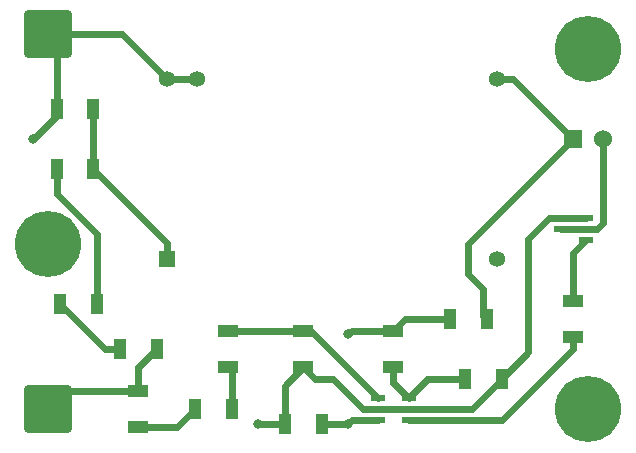
<source format=gbr>
%TF.GenerationSoftware,KiCad,Pcbnew,7.0.2*%
%TF.CreationDate,2023-06-01T11:51:48+02:00*%
%TF.ProjectId,Indicator_voltage,496e6469-6361-4746-9f72-5f766f6c7461,rev?*%
%TF.SameCoordinates,Original*%
%TF.FileFunction,Copper,L1,Top*%
%TF.FilePolarity,Positive*%
%FSLAX46Y46*%
G04 Gerber Fmt 4.6, Leading zero omitted, Abs format (unit mm)*
G04 Created by KiCad (PCBNEW 7.0.2) date 2023-06-01 11:51:48*
%MOMM*%
%LPD*%
G01*
G04 APERTURE LIST*
G04 Aperture macros list*
%AMRoundRect*
0 Rectangle with rounded corners*
0 $1 Rounding radius*
0 $2 $3 $4 $5 $6 $7 $8 $9 X,Y pos of 4 corners*
0 Add a 4 corners polygon primitive as box body*
4,1,4,$2,$3,$4,$5,$6,$7,$8,$9,$2,$3,0*
0 Add four circle primitives for the rounded corners*
1,1,$1+$1,$2,$3*
1,1,$1+$1,$4,$5*
1,1,$1+$1,$6,$7*
1,1,$1+$1,$8,$9*
0 Add four rect primitives between the rounded corners*
20,1,$1+$1,$2,$3,$4,$5,0*
20,1,$1+$1,$4,$5,$6,$7,0*
20,1,$1+$1,$6,$7,$8,$9,0*
20,1,$1+$1,$8,$9,$2,$3,0*%
G04 Aperture macros list end*
%TA.AperFunction,SMDPad,CuDef*%
%ADD10R,1.300000X0.600000*%
%TD*%
%TA.AperFunction,SMDPad,CuDef*%
%ADD11R,1.800000X1.050000*%
%TD*%
%TA.AperFunction,ComponentPad*%
%ADD12RoundRect,0.250000X-1.750000X-1.750000X1.750000X-1.750000X1.750000X1.750000X-1.750000X1.750000X0*%
%TD*%
%TA.AperFunction,SMDPad,CuDef*%
%ADD13R,1.050000X1.800000*%
%TD*%
%TA.AperFunction,ComponentPad*%
%ADD14R,1.358000X1.358000*%
%TD*%
%TA.AperFunction,ComponentPad*%
%ADD15C,1.358000*%
%TD*%
%TA.AperFunction,ComponentPad*%
%ADD16C,5.600000*%
%TD*%
%TA.AperFunction,ComponentPad*%
%ADD17R,1.530000X1.530000*%
%TD*%
%TA.AperFunction,ComponentPad*%
%ADD18C,1.530000*%
%TD*%
%TA.AperFunction,SMDPad,CuDef*%
%ADD19R,1.150000X0.600000*%
%TD*%
%TA.AperFunction,ViaPad*%
%ADD20C,0.800000*%
%TD*%
%TA.AperFunction,Conductor*%
%ADD21C,0.600000*%
%TD*%
G04 APERTURE END LIST*
D10*
%TO.P,Q1,1*%
%TO.N,Net-(Q1-Pad1)*%
X167420000Y-109180000D03*
%TO.P,Q1,2*%
%TO.N,0*%
X167420000Y-107280000D03*
%TO.P,Q1,3*%
%TO.N,LED-*%
X165320000Y-108230000D03*
%TD*%
D11*
%TO.P,R4,1*%
%TO.N,0*%
X143510000Y-119940000D03*
%TO.P,R4,2*%
%TO.N,Net-(CP1-IN+)*%
X143510000Y-116840000D03*
%TD*%
D12*
%TO.P,TP3,1,1*%
%TO.N,0*%
X121920000Y-91720000D03*
%TD*%
D11*
%TO.P,R7,1*%
%TO.N,Net-(CP1-OUT)*%
X166370000Y-117400000D03*
%TO.P,R7,2*%
%TO.N,Net-(Q1-Pad1)*%
X166370000Y-114300000D03*
%TD*%
D13*
%TO.P,R8,1*%
%TO.N,12V*%
X159030000Y-115850000D03*
%TO.P,R8,2*%
%TO.N,5V*%
X155930000Y-115850000D03*
%TD*%
D14*
%TO.P,PS1,1,+VIN(VCC)*%
%TO.N,/150V*%
X132010000Y-110760000D03*
D15*
%TO.P,PS1,12,-VOUT*%
%TO.N,unconnected-(PS1--VOUT-Pad12)*%
X159950000Y-110760000D03*
%TO.P,PS1,13,+VOUT*%
%TO.N,12V*%
X159950000Y-95540000D03*
%TO.P,PS1,23,-VIN(GND)*%
%TO.N,0*%
X134550000Y-95540000D03*
%TO.P,PS1,24,-VIN(GND)*%
X132010000Y-95540000D03*
%TD*%
D16*
%TO.P,,1*%
%TO.N,N/C*%
X167640000Y-92990000D03*
%TD*%
D13*
%TO.P,R13,1*%
%TO.N,HV+*%
X131090000Y-118390000D03*
%TO.P,R13,2*%
%TO.N,Net-(R13-Pad2)*%
X127990000Y-118390000D03*
%TD*%
D11*
%TO.P,R14,1*%
%TO.N,Net-(R14-Pad1)*%
X129540000Y-125020000D03*
%TO.P,R14,2*%
%TO.N,HV+*%
X129540000Y-121920000D03*
%TD*%
D13*
%TO.P,R9,1*%
%TO.N,5V*%
X145060000Y-124740000D03*
%TO.P,R9,2*%
%TO.N,0*%
X141960000Y-124740000D03*
%TD*%
D11*
%TO.P,R1,1*%
%TO.N,5V*%
X151130000Y-116840000D03*
%TO.P,R1,2*%
%TO.N,Net-(CP1-IN-)*%
X151130000Y-119940000D03*
%TD*%
D17*
%TO.P,J7,1,1*%
%TO.N,12V*%
X166370000Y-100610000D03*
D18*
%TO.P,J7,2,2*%
%TO.N,LED-*%
X168910000Y-100610000D03*
%TD*%
D16*
%TO.P,,1*%
%TO.N,N/C*%
X121920000Y-109500000D03*
%TD*%
D13*
%TO.P,R6,1*%
%TO.N,Net-(R12-Pad2)*%
X137440000Y-123470000D03*
%TO.P,R6,2*%
%TO.N,Net-(R14-Pad1)*%
X134340000Y-123470000D03*
%TD*%
D12*
%TO.P,TP1,1,1*%
%TO.N,HV+*%
X121920000Y-123470000D03*
%TD*%
D13*
%TO.P,R2,1*%
%TO.N,Net-(R13-Pad2)*%
X122910000Y-114580000D03*
%TO.P,R2,2*%
%TO.N,Net-(R11-Pad1)*%
X126010000Y-114580000D03*
%TD*%
D16*
%TO.P,,1*%
%TO.N,N/C*%
X167640000Y-123470000D03*
%TD*%
D19*
%TO.P,CP1,1,OUT*%
%TO.N,Net-(CP1-OUT)*%
X152430000Y-124420000D03*
%TO.P,CP1,2,VCC-*%
%TO.N,0*%
X152430000Y-123470000D03*
%TO.P,CP1,3,IN-*%
%TO.N,Net-(CP1-IN-)*%
X152430000Y-122520000D03*
%TO.P,CP1,4,IN+*%
%TO.N,Net-(CP1-IN+)*%
X149830000Y-122520000D03*
%TO.P,CP1,5,VCC+*%
%TO.N,5V*%
X149830000Y-124420000D03*
%TD*%
D13*
%TO.P,R5,1*%
%TO.N,Net-(CP1-IN-)*%
X157200000Y-120930000D03*
%TO.P,R5,2*%
%TO.N,0*%
X160300000Y-120930000D03*
%TD*%
D11*
%TO.P,R12,1*%
%TO.N,Net-(CP1-IN+)*%
X137160000Y-116840000D03*
%TO.P,R12,2*%
%TO.N,Net-(R12-Pad2)*%
X137160000Y-119940000D03*
%TD*%
D13*
%TO.P,R3,1*%
%TO.N,0*%
X122630000Y-98070000D03*
%TO.P,R3,2*%
%TO.N,/150V*%
X125730000Y-98070000D03*
%TD*%
%TO.P,R11,1*%
%TO.N,Net-(R11-Pad1)*%
X122630000Y-103150000D03*
%TO.P,R11,2*%
%TO.N,/150V*%
X125730000Y-103150000D03*
%TD*%
D20*
%TO.N,0*%
X120650000Y-100610000D03*
X139700000Y-124740000D03*
%TO.N,5V*%
X147320000Y-117120000D03*
X147320000Y-124740000D03*
%TD*%
D21*
%TO.N,Net-(R11-Pad1)*%
X122630000Y-105270000D02*
X122630000Y-103150000D01*
X126010000Y-108650000D02*
X122630000Y-105270000D01*
X126010000Y-114580000D02*
X126010000Y-108650000D01*
%TO.N,Net-(CP1-OUT)*%
X166370000Y-118390000D02*
X166370000Y-117400000D01*
X160340000Y-124420000D02*
X166370000Y-118390000D01*
X152430000Y-124420000D02*
X160340000Y-124420000D01*
%TO.N,0*%
X122630000Y-92430000D02*
X122630000Y-98070000D01*
X162560000Y-109040000D02*
X164320000Y-107280000D01*
X162560000Y-118670000D02*
X162560000Y-109040000D01*
X160300000Y-120930000D02*
X157760000Y-123470000D01*
X121920000Y-91720000D02*
X128190000Y-91720000D01*
X157760000Y-123470000D02*
X152430000Y-123470000D01*
X148590000Y-123470000D02*
X146050000Y-120930000D01*
X160300000Y-120930000D02*
X162560000Y-118670000D01*
X141960000Y-121490000D02*
X143510000Y-119940000D01*
X152430000Y-123470000D02*
X148590000Y-123470000D01*
X122630000Y-98630000D02*
X120650000Y-100610000D01*
X146050000Y-120930000D02*
X144500000Y-120930000D01*
X121920000Y-91720000D02*
X122630000Y-92430000D01*
X144500000Y-120930000D02*
X143510000Y-119940000D01*
X128190000Y-91720000D02*
X132010000Y-95540000D01*
X132010000Y-95540000D02*
X134550000Y-95540000D01*
X164320000Y-107280000D02*
X167420000Y-107280000D01*
X122630000Y-98070000D02*
X122630000Y-98630000D01*
X139700000Y-124740000D02*
X141960000Y-124740000D01*
X141960000Y-124740000D02*
X141960000Y-121490000D01*
%TO.N,Net-(CP1-IN-)*%
X157200000Y-120930000D02*
X154020000Y-120930000D01*
X151130000Y-121220000D02*
X152430000Y-122520000D01*
X154020000Y-120930000D02*
X152430000Y-122520000D01*
X151130000Y-119940000D02*
X151130000Y-121220000D01*
%TO.N,Net-(CP1-IN+)*%
X137160000Y-116840000D02*
X143510000Y-116840000D01*
X144150000Y-116840000D02*
X149830000Y-122520000D01*
X143510000Y-116840000D02*
X144150000Y-116840000D01*
%TO.N,5V*%
X147640000Y-124420000D02*
X147320000Y-124740000D01*
X151130000Y-116840000D02*
X147600000Y-116840000D01*
X149830000Y-124420000D02*
X147640000Y-124420000D01*
X152120000Y-115850000D02*
X151130000Y-116840000D01*
X147320000Y-124740000D02*
X145060000Y-124740000D01*
X147600000Y-116840000D02*
X147320000Y-117120000D01*
X155930000Y-115850000D02*
X152120000Y-115850000D01*
%TO.N,/150V*%
X125730000Y-103150000D02*
X132010000Y-109430000D01*
X125730000Y-103150000D02*
X125730000Y-98070000D01*
X132010000Y-109430000D02*
X132010000Y-110760000D01*
%TO.N,12V*%
X161300000Y-95540000D02*
X159950000Y-95540000D01*
X157480000Y-109500000D02*
X157480000Y-112040000D01*
X158771000Y-115591000D02*
X159030000Y-115850000D01*
X166370000Y-100610000D02*
X161300000Y-95540000D01*
X157480000Y-112040000D02*
X158771000Y-113331000D01*
X166370000Y-100610000D02*
X157480000Y-109500000D01*
X158771000Y-113331000D02*
X158771000Y-115591000D01*
%TO.N,Net-(Q1-Pad1)*%
X166370000Y-110230000D02*
X167420000Y-109180000D01*
X166370000Y-114300000D02*
X166370000Y-110230000D01*
%TO.N,LED-*%
X168910000Y-107740000D02*
X168910000Y-100610000D01*
X165320000Y-108230000D02*
X168420000Y-108230000D01*
X168420000Y-108230000D02*
X168910000Y-107740000D01*
%TO.N,HV+*%
X123470000Y-121920000D02*
X129540000Y-121920000D01*
X129540000Y-119940000D02*
X131090000Y-118390000D01*
X121920000Y-123470000D02*
X123470000Y-121920000D01*
X129540000Y-121920000D02*
X129540000Y-119940000D01*
%TO.N,Net-(R12-Pad2)*%
X137440000Y-120220000D02*
X137160000Y-119940000D01*
X137440000Y-123470000D02*
X137440000Y-120220000D01*
%TO.N,Net-(R13-Pad2)*%
X126720000Y-118390000D02*
X122910000Y-114580000D01*
X127990000Y-118390000D02*
X126720000Y-118390000D01*
%TO.N,Net-(R14-Pad1)*%
X129540000Y-125020000D02*
X132790000Y-125020000D01*
X132790000Y-125020000D02*
X134340000Y-123470000D01*
%TD*%
M02*

</source>
